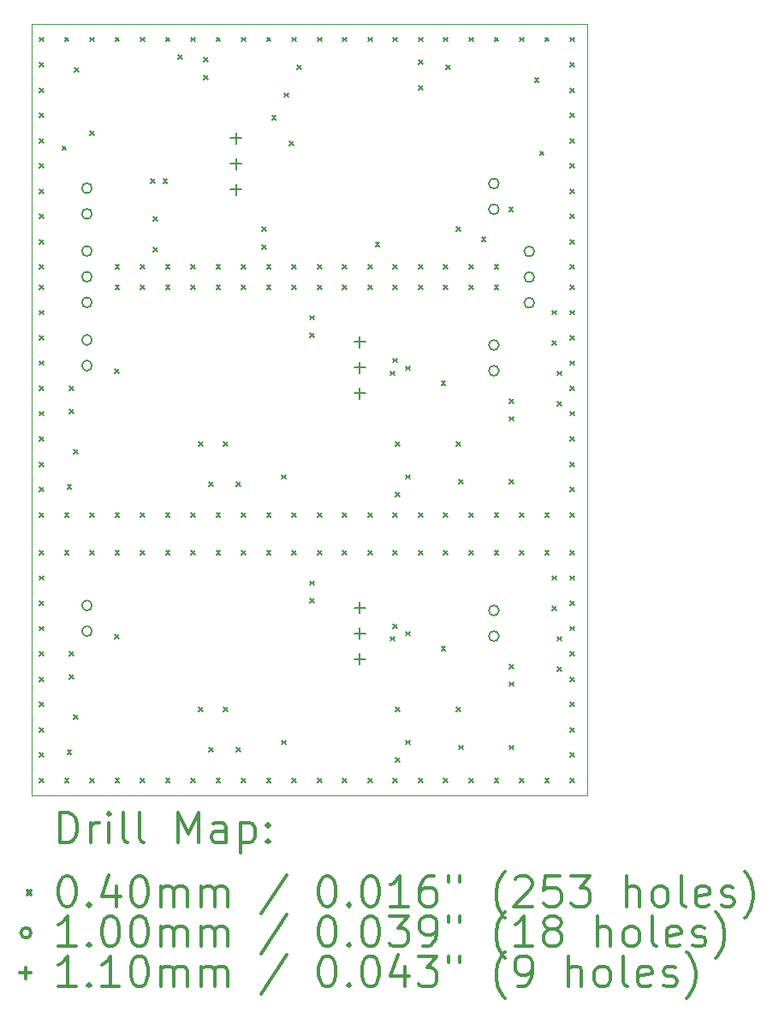
<source format=gbr>
%FSLAX45Y45*%
G04 Gerber Fmt 4.5, Leading zero omitted, Abs format (unit mm)*
G04 Created by KiCad (PCBNEW (5.1.4)-1) date 2021-09-05 23:44:09*
%MOMM*%
%LPD*%
G04 APERTURE LIST*
%ADD10C,0.050000*%
%ADD11C,0.200000*%
%ADD12C,0.300000*%
G04 APERTURE END LIST*
D10*
X15750000Y-9750000D02*
X15750000Y-12375000D01*
X10250000Y-9750000D02*
X10250000Y-12375000D01*
X15750000Y-4750000D02*
X15750000Y-7250000D01*
X10250000Y-4750000D02*
X15750000Y-4750000D01*
X10250000Y-7250000D02*
X10250000Y-4750000D01*
X10250000Y-12375000D02*
X15750000Y-12375000D01*
X10250000Y-9750000D02*
X10250000Y-7250000D01*
X15750000Y-7250000D02*
X15750000Y-9750000D01*
D11*
X10330000Y-4880000D02*
X10370000Y-4920000D01*
X10370000Y-4880000D02*
X10330000Y-4920000D01*
X10330000Y-5130000D02*
X10370000Y-5170000D01*
X10370000Y-5130000D02*
X10330000Y-5170000D01*
X10330000Y-5380000D02*
X10370000Y-5420000D01*
X10370000Y-5380000D02*
X10330000Y-5420000D01*
X10330000Y-5630000D02*
X10370000Y-5670000D01*
X10370000Y-5630000D02*
X10330000Y-5670000D01*
X10330000Y-5880000D02*
X10370000Y-5920000D01*
X10370000Y-5880000D02*
X10330000Y-5920000D01*
X10330000Y-6130000D02*
X10370000Y-6170000D01*
X10370000Y-6130000D02*
X10330000Y-6170000D01*
X10330000Y-6380000D02*
X10370000Y-6420000D01*
X10370000Y-6380000D02*
X10330000Y-6420000D01*
X10330000Y-6630000D02*
X10370000Y-6670000D01*
X10370000Y-6630000D02*
X10330000Y-6670000D01*
X10330000Y-6880000D02*
X10370000Y-6920000D01*
X10370000Y-6880000D02*
X10330000Y-6920000D01*
X10330000Y-7130000D02*
X10370000Y-7170000D01*
X10370000Y-7130000D02*
X10330000Y-7170000D01*
X10330000Y-7330000D02*
X10370000Y-7370000D01*
X10370000Y-7330000D02*
X10330000Y-7370000D01*
X10330000Y-7580000D02*
X10370000Y-7620000D01*
X10370000Y-7580000D02*
X10330000Y-7620000D01*
X10330000Y-7830000D02*
X10370000Y-7870000D01*
X10370000Y-7830000D02*
X10330000Y-7870000D01*
X10330000Y-8080000D02*
X10370000Y-8120000D01*
X10370000Y-8080000D02*
X10330000Y-8120000D01*
X10330000Y-8330000D02*
X10370000Y-8370000D01*
X10370000Y-8330000D02*
X10330000Y-8370000D01*
X10330000Y-8580000D02*
X10370000Y-8620000D01*
X10370000Y-8580000D02*
X10330000Y-8620000D01*
X10330000Y-8830000D02*
X10370000Y-8870000D01*
X10370000Y-8830000D02*
X10330000Y-8870000D01*
X10330000Y-9080000D02*
X10370000Y-9120000D01*
X10370000Y-9080000D02*
X10330000Y-9120000D01*
X10330000Y-9330000D02*
X10370000Y-9370000D01*
X10370000Y-9330000D02*
X10330000Y-9370000D01*
X10330000Y-9580000D02*
X10370000Y-9620000D01*
X10370000Y-9580000D02*
X10330000Y-9620000D01*
X10330000Y-9955000D02*
X10370000Y-9995000D01*
X10370000Y-9955000D02*
X10330000Y-9995000D01*
X10330000Y-10205000D02*
X10370000Y-10245000D01*
X10370000Y-10205000D02*
X10330000Y-10245000D01*
X10330000Y-10455000D02*
X10370000Y-10495000D01*
X10370000Y-10455000D02*
X10330000Y-10495000D01*
X10330000Y-10705000D02*
X10370000Y-10745000D01*
X10370000Y-10705000D02*
X10330000Y-10745000D01*
X10330000Y-10955000D02*
X10370000Y-10995000D01*
X10370000Y-10955000D02*
X10330000Y-10995000D01*
X10330000Y-11205000D02*
X10370000Y-11245000D01*
X10370000Y-11205000D02*
X10330000Y-11245000D01*
X10330000Y-11455000D02*
X10370000Y-11495000D01*
X10370000Y-11455000D02*
X10330000Y-11495000D01*
X10330000Y-11705000D02*
X10370000Y-11745000D01*
X10370000Y-11705000D02*
X10330000Y-11745000D01*
X10330000Y-11955000D02*
X10370000Y-11995000D01*
X10370000Y-11955000D02*
X10330000Y-11995000D01*
X10330000Y-12205000D02*
X10370000Y-12245000D01*
X10370000Y-12205000D02*
X10330000Y-12245000D01*
X10555000Y-5955000D02*
X10595000Y-5995000D01*
X10595000Y-5955000D02*
X10555000Y-5995000D01*
X10580000Y-4880000D02*
X10620000Y-4920000D01*
X10620000Y-4880000D02*
X10580000Y-4920000D01*
X10580000Y-9580000D02*
X10620000Y-9620000D01*
X10620000Y-9580000D02*
X10580000Y-9620000D01*
X10580000Y-9955000D02*
X10620000Y-9995000D01*
X10620000Y-9955000D02*
X10580000Y-9995000D01*
X10580000Y-12205000D02*
X10620000Y-12245000D01*
X10620000Y-12205000D02*
X10580000Y-12245000D01*
X10605000Y-9305000D02*
X10645000Y-9345000D01*
X10645000Y-9305000D02*
X10605000Y-9345000D01*
X10605000Y-11930000D02*
X10645000Y-11970000D01*
X10645000Y-11930000D02*
X10605000Y-11970000D01*
X10630000Y-8330000D02*
X10670000Y-8370000D01*
X10670000Y-8330000D02*
X10630000Y-8370000D01*
X10630000Y-8555000D02*
X10670000Y-8595000D01*
X10670000Y-8555000D02*
X10630000Y-8595000D01*
X10630000Y-10955000D02*
X10670000Y-10995000D01*
X10670000Y-10955000D02*
X10630000Y-10995000D01*
X10630000Y-11180000D02*
X10670000Y-11220000D01*
X10670000Y-11180000D02*
X10630000Y-11220000D01*
X10670000Y-8955000D02*
X10710000Y-8995000D01*
X10710000Y-8955000D02*
X10670000Y-8995000D01*
X10670000Y-11580000D02*
X10710000Y-11620000D01*
X10710000Y-11580000D02*
X10670000Y-11620000D01*
X10680000Y-5180000D02*
X10720000Y-5220000D01*
X10720000Y-5180000D02*
X10680000Y-5220000D01*
X10830000Y-4880000D02*
X10870000Y-4920000D01*
X10870000Y-4880000D02*
X10830000Y-4920000D01*
X10830000Y-5805000D02*
X10870000Y-5845000D01*
X10870000Y-5805000D02*
X10830000Y-5845000D01*
X10830000Y-9580000D02*
X10870000Y-9620000D01*
X10870000Y-9580000D02*
X10830000Y-9620000D01*
X10830000Y-9955000D02*
X10870000Y-9995000D01*
X10870000Y-9955000D02*
X10830000Y-9995000D01*
X10830000Y-12205000D02*
X10870000Y-12245000D01*
X10870000Y-12205000D02*
X10830000Y-12245000D01*
X11073750Y-8161250D02*
X11113750Y-8201250D01*
X11113750Y-8161250D02*
X11073750Y-8201250D01*
X11073750Y-10786250D02*
X11113750Y-10826250D01*
X11113750Y-10786250D02*
X11073750Y-10826250D01*
X11080000Y-4880000D02*
X11120000Y-4920000D01*
X11120000Y-4880000D02*
X11080000Y-4920000D01*
X11080000Y-7130000D02*
X11120000Y-7170000D01*
X11120000Y-7130000D02*
X11080000Y-7170000D01*
X11080000Y-7330000D02*
X11120000Y-7370000D01*
X11120000Y-7330000D02*
X11080000Y-7370000D01*
X11080000Y-9580000D02*
X11120000Y-9620000D01*
X11120000Y-9580000D02*
X11080000Y-9620000D01*
X11080000Y-9955000D02*
X11120000Y-9995000D01*
X11120000Y-9955000D02*
X11080000Y-9995000D01*
X11080000Y-12205000D02*
X11120000Y-12245000D01*
X11120000Y-12205000D02*
X11080000Y-12245000D01*
X11330000Y-4880000D02*
X11370000Y-4920000D01*
X11370000Y-4880000D02*
X11330000Y-4920000D01*
X11330000Y-7130000D02*
X11370000Y-7170000D01*
X11370000Y-7130000D02*
X11330000Y-7170000D01*
X11330000Y-7330000D02*
X11370000Y-7370000D01*
X11370000Y-7330000D02*
X11330000Y-7370000D01*
X11330000Y-9580000D02*
X11370000Y-9620000D01*
X11370000Y-9580000D02*
X11330000Y-9620000D01*
X11330000Y-9955000D02*
X11370000Y-9995000D01*
X11370000Y-9955000D02*
X11330000Y-9995000D01*
X11330000Y-12205000D02*
X11370000Y-12245000D01*
X11370000Y-12205000D02*
X11330000Y-12245000D01*
X11430000Y-6280000D02*
X11470000Y-6320000D01*
X11470000Y-6280000D02*
X11430000Y-6320000D01*
X11455000Y-6655000D02*
X11495000Y-6695000D01*
X11495000Y-6655000D02*
X11455000Y-6695000D01*
X11455000Y-6955000D02*
X11495000Y-6995000D01*
X11495000Y-6955000D02*
X11455000Y-6995000D01*
X11555000Y-6280000D02*
X11595000Y-6320000D01*
X11595000Y-6280000D02*
X11555000Y-6320000D01*
X11580000Y-4880000D02*
X11620000Y-4920000D01*
X11620000Y-4880000D02*
X11580000Y-4920000D01*
X11580000Y-7130000D02*
X11620000Y-7170000D01*
X11620000Y-7130000D02*
X11580000Y-7170000D01*
X11580000Y-7330000D02*
X11620000Y-7370000D01*
X11620000Y-7330000D02*
X11580000Y-7370000D01*
X11580000Y-9580000D02*
X11620000Y-9620000D01*
X11620000Y-9580000D02*
X11580000Y-9620000D01*
X11580000Y-9955000D02*
X11620000Y-9995000D01*
X11620000Y-9955000D02*
X11580000Y-9995000D01*
X11580000Y-12205000D02*
X11620000Y-12245000D01*
X11620000Y-12205000D02*
X11580000Y-12245000D01*
X11705000Y-5055000D02*
X11745000Y-5095000D01*
X11745000Y-5055000D02*
X11705000Y-5095000D01*
X11830000Y-4880000D02*
X11870000Y-4920000D01*
X11870000Y-4880000D02*
X11830000Y-4920000D01*
X11830000Y-7130000D02*
X11870000Y-7170000D01*
X11870000Y-7130000D02*
X11830000Y-7170000D01*
X11830000Y-7330000D02*
X11870000Y-7370000D01*
X11870000Y-7330000D02*
X11830000Y-7370000D01*
X11830000Y-9580000D02*
X11870000Y-9620000D01*
X11870000Y-9580000D02*
X11830000Y-9620000D01*
X11830000Y-9955000D02*
X11870000Y-9995000D01*
X11870000Y-9955000D02*
X11830000Y-9995000D01*
X11830000Y-12205000D02*
X11870000Y-12245000D01*
X11870000Y-12205000D02*
X11830000Y-12245000D01*
X11905000Y-8880000D02*
X11945000Y-8920000D01*
X11945000Y-8880000D02*
X11905000Y-8920000D01*
X11905000Y-11505000D02*
X11945000Y-11545000D01*
X11945000Y-11505000D02*
X11905000Y-11545000D01*
X11955000Y-5080000D02*
X11995000Y-5120000D01*
X11995000Y-5080000D02*
X11955000Y-5120000D01*
X11955000Y-5255000D02*
X11995000Y-5295000D01*
X11995000Y-5255000D02*
X11955000Y-5295000D01*
X12005000Y-9280000D02*
X12045000Y-9320000D01*
X12045000Y-9280000D02*
X12005000Y-9320000D01*
X12005000Y-11905000D02*
X12045000Y-11945000D01*
X12045000Y-11905000D02*
X12005000Y-11945000D01*
X12080000Y-4880000D02*
X12120000Y-4920000D01*
X12120000Y-4880000D02*
X12080000Y-4920000D01*
X12080000Y-7130000D02*
X12120000Y-7170000D01*
X12120000Y-7130000D02*
X12080000Y-7170000D01*
X12080000Y-7330000D02*
X12120000Y-7370000D01*
X12120000Y-7330000D02*
X12080000Y-7370000D01*
X12080000Y-9580000D02*
X12120000Y-9620000D01*
X12120000Y-9580000D02*
X12080000Y-9620000D01*
X12080000Y-9955000D02*
X12120000Y-9995000D01*
X12120000Y-9955000D02*
X12080000Y-9995000D01*
X12080000Y-12205000D02*
X12120000Y-12245000D01*
X12120000Y-12205000D02*
X12080000Y-12245000D01*
X12150000Y-8880000D02*
X12190000Y-8920000D01*
X12190000Y-8880000D02*
X12150000Y-8920000D01*
X12150000Y-11505000D02*
X12190000Y-11545000D01*
X12190000Y-11505000D02*
X12150000Y-11545000D01*
X12280000Y-9280000D02*
X12320000Y-9320000D01*
X12320000Y-9280000D02*
X12280000Y-9320000D01*
X12280000Y-11905000D02*
X12320000Y-11945000D01*
X12320000Y-11905000D02*
X12280000Y-11945000D01*
X12330000Y-4880000D02*
X12370000Y-4920000D01*
X12370000Y-4880000D02*
X12330000Y-4920000D01*
X12330000Y-7130000D02*
X12370000Y-7170000D01*
X12370000Y-7130000D02*
X12330000Y-7170000D01*
X12330000Y-7330000D02*
X12370000Y-7370000D01*
X12370000Y-7330000D02*
X12330000Y-7370000D01*
X12330000Y-9580000D02*
X12370000Y-9620000D01*
X12370000Y-9580000D02*
X12330000Y-9620000D01*
X12330000Y-9955000D02*
X12370000Y-9995000D01*
X12370000Y-9955000D02*
X12330000Y-9995000D01*
X12330000Y-12205000D02*
X12370000Y-12245000D01*
X12370000Y-12205000D02*
X12330000Y-12245000D01*
X12530000Y-6755000D02*
X12570000Y-6795000D01*
X12570000Y-6755000D02*
X12530000Y-6795000D01*
X12530000Y-6930000D02*
X12570000Y-6970000D01*
X12570000Y-6930000D02*
X12530000Y-6970000D01*
X12580000Y-4880000D02*
X12620000Y-4920000D01*
X12620000Y-4880000D02*
X12580000Y-4920000D01*
X12580000Y-7130000D02*
X12620000Y-7170000D01*
X12620000Y-7130000D02*
X12580000Y-7170000D01*
X12580000Y-7330000D02*
X12620000Y-7370000D01*
X12620000Y-7330000D02*
X12580000Y-7370000D01*
X12580000Y-9580000D02*
X12620000Y-9620000D01*
X12620000Y-9580000D02*
X12580000Y-9620000D01*
X12580000Y-9955000D02*
X12620000Y-9995000D01*
X12620000Y-9955000D02*
X12580000Y-9995000D01*
X12580000Y-12205000D02*
X12620000Y-12245000D01*
X12620000Y-12205000D02*
X12580000Y-12245000D01*
X12630000Y-5655000D02*
X12670000Y-5695000D01*
X12670000Y-5655000D02*
X12630000Y-5695000D01*
X12726250Y-9205000D02*
X12766250Y-9245000D01*
X12766250Y-9205000D02*
X12726250Y-9245000D01*
X12726250Y-11830000D02*
X12766250Y-11870000D01*
X12766250Y-11830000D02*
X12726250Y-11870000D01*
X12755000Y-5430000D02*
X12795000Y-5470000D01*
X12795000Y-5430000D02*
X12755000Y-5470000D01*
X12805000Y-5905000D02*
X12845000Y-5945000D01*
X12845000Y-5905000D02*
X12805000Y-5945000D01*
X12830000Y-4880000D02*
X12870000Y-4920000D01*
X12870000Y-4880000D02*
X12830000Y-4920000D01*
X12830000Y-7130000D02*
X12870000Y-7170000D01*
X12870000Y-7130000D02*
X12830000Y-7170000D01*
X12830000Y-7330000D02*
X12870000Y-7370000D01*
X12870000Y-7330000D02*
X12830000Y-7370000D01*
X12830000Y-9580000D02*
X12870000Y-9620000D01*
X12870000Y-9580000D02*
X12830000Y-9620000D01*
X12830000Y-9955000D02*
X12870000Y-9995000D01*
X12870000Y-9955000D02*
X12830000Y-9995000D01*
X12830000Y-12205000D02*
X12870000Y-12245000D01*
X12870000Y-12205000D02*
X12830000Y-12245000D01*
X12880000Y-5155000D02*
X12920000Y-5195000D01*
X12920000Y-5155000D02*
X12880000Y-5195000D01*
X13005000Y-7630000D02*
X13045000Y-7670000D01*
X13045000Y-7630000D02*
X13005000Y-7670000D01*
X13005000Y-7805000D02*
X13045000Y-7845000D01*
X13045000Y-7805000D02*
X13005000Y-7845000D01*
X13005000Y-10255000D02*
X13045000Y-10295000D01*
X13045000Y-10255000D02*
X13005000Y-10295000D01*
X13005000Y-10430000D02*
X13045000Y-10470000D01*
X13045000Y-10430000D02*
X13005000Y-10470000D01*
X13080000Y-4880000D02*
X13120000Y-4920000D01*
X13120000Y-4880000D02*
X13080000Y-4920000D01*
X13080000Y-7130000D02*
X13120000Y-7170000D01*
X13120000Y-7130000D02*
X13080000Y-7170000D01*
X13080000Y-7330000D02*
X13120000Y-7370000D01*
X13120000Y-7330000D02*
X13080000Y-7370000D01*
X13080000Y-9580000D02*
X13120000Y-9620000D01*
X13120000Y-9580000D02*
X13080000Y-9620000D01*
X13080000Y-9955000D02*
X13120000Y-9995000D01*
X13120000Y-9955000D02*
X13080000Y-9995000D01*
X13080000Y-12205000D02*
X13120000Y-12245000D01*
X13120000Y-12205000D02*
X13080000Y-12245000D01*
X13330000Y-4880000D02*
X13370000Y-4920000D01*
X13370000Y-4880000D02*
X13330000Y-4920000D01*
X13330000Y-7130000D02*
X13370000Y-7170000D01*
X13370000Y-7130000D02*
X13330000Y-7170000D01*
X13330000Y-7330000D02*
X13370000Y-7370000D01*
X13370000Y-7330000D02*
X13330000Y-7370000D01*
X13330000Y-9580000D02*
X13370000Y-9620000D01*
X13370000Y-9580000D02*
X13330000Y-9620000D01*
X13330000Y-9955000D02*
X13370000Y-9995000D01*
X13370000Y-9955000D02*
X13330000Y-9995000D01*
X13330000Y-12205000D02*
X13370000Y-12245000D01*
X13370000Y-12205000D02*
X13330000Y-12245000D01*
X13580000Y-4880000D02*
X13620000Y-4920000D01*
X13620000Y-4880000D02*
X13580000Y-4920000D01*
X13580000Y-7130000D02*
X13620000Y-7170000D01*
X13620000Y-7130000D02*
X13580000Y-7170000D01*
X13580000Y-7330000D02*
X13620000Y-7370000D01*
X13620000Y-7330000D02*
X13580000Y-7370000D01*
X13580000Y-9580000D02*
X13620000Y-9620000D01*
X13620000Y-9580000D02*
X13580000Y-9620000D01*
X13580000Y-9955000D02*
X13620000Y-9995000D01*
X13620000Y-9955000D02*
X13580000Y-9995000D01*
X13580000Y-12205000D02*
X13620000Y-12245000D01*
X13620000Y-12205000D02*
X13580000Y-12245000D01*
X13655000Y-6905000D02*
X13695000Y-6945000D01*
X13695000Y-6905000D02*
X13655000Y-6945000D01*
X13805000Y-8180000D02*
X13845000Y-8220000D01*
X13845000Y-8180000D02*
X13805000Y-8220000D01*
X13805000Y-10805000D02*
X13845000Y-10845000D01*
X13845000Y-10805000D02*
X13805000Y-10845000D01*
X13830000Y-4880000D02*
X13870000Y-4920000D01*
X13870000Y-4880000D02*
X13830000Y-4920000D01*
X13830000Y-7130000D02*
X13870000Y-7170000D01*
X13870000Y-7130000D02*
X13830000Y-7170000D01*
X13830000Y-7330000D02*
X13870000Y-7370000D01*
X13870000Y-7330000D02*
X13830000Y-7370000D01*
X13830000Y-8055000D02*
X13870000Y-8095000D01*
X13870000Y-8055000D02*
X13830000Y-8095000D01*
X13830000Y-9580000D02*
X13870000Y-9620000D01*
X13870000Y-9580000D02*
X13830000Y-9620000D01*
X13830000Y-9955000D02*
X13870000Y-9995000D01*
X13870000Y-9955000D02*
X13830000Y-9995000D01*
X13830000Y-10680000D02*
X13870000Y-10720000D01*
X13870000Y-10680000D02*
X13830000Y-10720000D01*
X13830000Y-12205000D02*
X13870000Y-12245000D01*
X13870000Y-12205000D02*
X13830000Y-12245000D01*
X13855000Y-8880000D02*
X13895000Y-8920000D01*
X13895000Y-8880000D02*
X13855000Y-8920000D01*
X13855000Y-9380000D02*
X13895000Y-9420000D01*
X13895000Y-9380000D02*
X13855000Y-9420000D01*
X13855000Y-11505000D02*
X13895000Y-11545000D01*
X13895000Y-11505000D02*
X13855000Y-11545000D01*
X13855000Y-12005000D02*
X13895000Y-12045000D01*
X13895000Y-12005000D02*
X13855000Y-12045000D01*
X13955000Y-8130000D02*
X13995000Y-8170000D01*
X13995000Y-8130000D02*
X13955000Y-8170000D01*
X13955000Y-9205000D02*
X13995000Y-9245000D01*
X13995000Y-9205000D02*
X13955000Y-9245000D01*
X13955000Y-10755000D02*
X13995000Y-10795000D01*
X13995000Y-10755000D02*
X13955000Y-10795000D01*
X13955000Y-11830000D02*
X13995000Y-11870000D01*
X13995000Y-11830000D02*
X13955000Y-11870000D01*
X14080000Y-4880000D02*
X14120000Y-4920000D01*
X14120000Y-4880000D02*
X14080000Y-4920000D01*
X14080000Y-5105000D02*
X14120000Y-5145000D01*
X14120000Y-5105000D02*
X14080000Y-5145000D01*
X14080000Y-5355000D02*
X14120000Y-5395000D01*
X14120000Y-5355000D02*
X14080000Y-5395000D01*
X14080000Y-7130000D02*
X14120000Y-7170000D01*
X14120000Y-7130000D02*
X14080000Y-7170000D01*
X14080000Y-7330000D02*
X14120000Y-7370000D01*
X14120000Y-7330000D02*
X14080000Y-7370000D01*
X14080000Y-9580000D02*
X14120000Y-9620000D01*
X14120000Y-9580000D02*
X14080000Y-9620000D01*
X14080000Y-9955000D02*
X14120000Y-9995000D01*
X14120000Y-9955000D02*
X14080000Y-9995000D01*
X14080000Y-12205000D02*
X14120000Y-12245000D01*
X14120000Y-12205000D02*
X14080000Y-12245000D01*
X14305000Y-8280000D02*
X14345000Y-8320000D01*
X14345000Y-8280000D02*
X14305000Y-8320000D01*
X14305000Y-10905000D02*
X14345000Y-10945000D01*
X14345000Y-10905000D02*
X14305000Y-10945000D01*
X14330000Y-4880000D02*
X14370000Y-4920000D01*
X14370000Y-4880000D02*
X14330000Y-4920000D01*
X14330000Y-7130000D02*
X14370000Y-7170000D01*
X14370000Y-7130000D02*
X14330000Y-7170000D01*
X14330000Y-7330000D02*
X14370000Y-7370000D01*
X14370000Y-7330000D02*
X14330000Y-7370000D01*
X14330000Y-9580000D02*
X14370000Y-9620000D01*
X14370000Y-9580000D02*
X14330000Y-9620000D01*
X14330000Y-9955000D02*
X14370000Y-9995000D01*
X14370000Y-9955000D02*
X14330000Y-9995000D01*
X14330000Y-12205000D02*
X14370000Y-12245000D01*
X14370000Y-12205000D02*
X14330000Y-12245000D01*
X14355000Y-5155000D02*
X14395000Y-5195000D01*
X14395000Y-5155000D02*
X14355000Y-5195000D01*
X14455000Y-6755000D02*
X14495000Y-6795000D01*
X14495000Y-6755000D02*
X14455000Y-6795000D01*
X14455000Y-8880000D02*
X14495000Y-8920000D01*
X14495000Y-8880000D02*
X14455000Y-8920000D01*
X14455000Y-11505000D02*
X14495000Y-11545000D01*
X14495000Y-11505000D02*
X14455000Y-11545000D01*
X14480000Y-9255000D02*
X14520000Y-9295000D01*
X14520000Y-9255000D02*
X14480000Y-9295000D01*
X14480000Y-11880000D02*
X14520000Y-11920000D01*
X14520000Y-11880000D02*
X14480000Y-11920000D01*
X14580000Y-4880000D02*
X14620000Y-4920000D01*
X14620000Y-4880000D02*
X14580000Y-4920000D01*
X14580000Y-7130000D02*
X14620000Y-7170000D01*
X14620000Y-7130000D02*
X14580000Y-7170000D01*
X14580000Y-7330000D02*
X14620000Y-7370000D01*
X14620000Y-7330000D02*
X14580000Y-7370000D01*
X14580000Y-9580000D02*
X14620000Y-9620000D01*
X14620000Y-9580000D02*
X14580000Y-9620000D01*
X14580000Y-9955000D02*
X14620000Y-9995000D01*
X14620000Y-9955000D02*
X14580000Y-9995000D01*
X14580000Y-12205000D02*
X14620000Y-12245000D01*
X14620000Y-12205000D02*
X14580000Y-12245000D01*
X14705000Y-6855000D02*
X14745000Y-6895000D01*
X14745000Y-6855000D02*
X14705000Y-6895000D01*
X14830000Y-4880000D02*
X14870000Y-4920000D01*
X14870000Y-4880000D02*
X14830000Y-4920000D01*
X14830000Y-7130000D02*
X14870000Y-7170000D01*
X14870000Y-7130000D02*
X14830000Y-7170000D01*
X14830000Y-7330000D02*
X14870000Y-7370000D01*
X14870000Y-7330000D02*
X14830000Y-7370000D01*
X14830000Y-9580000D02*
X14870000Y-9620000D01*
X14870000Y-9580000D02*
X14830000Y-9620000D01*
X14830000Y-9955000D02*
X14870000Y-9995000D01*
X14870000Y-9955000D02*
X14830000Y-9995000D01*
X14830000Y-12205000D02*
X14870000Y-12245000D01*
X14870000Y-12205000D02*
X14830000Y-12245000D01*
X14976000Y-6559000D02*
X15016000Y-6599000D01*
X15016000Y-6559000D02*
X14976000Y-6599000D01*
X14980000Y-8455000D02*
X15020000Y-8495000D01*
X15020000Y-8455000D02*
X14980000Y-8495000D01*
X14980000Y-8630000D02*
X15020000Y-8670000D01*
X15020000Y-8630000D02*
X14980000Y-8670000D01*
X14980000Y-9255000D02*
X15020000Y-9295000D01*
X15020000Y-9255000D02*
X14980000Y-9295000D01*
X14980000Y-11080000D02*
X15020000Y-11120000D01*
X15020000Y-11080000D02*
X14980000Y-11120000D01*
X14980000Y-11255000D02*
X15020000Y-11295000D01*
X15020000Y-11255000D02*
X14980000Y-11295000D01*
X14980000Y-11880000D02*
X15020000Y-11920000D01*
X15020000Y-11880000D02*
X14980000Y-11920000D01*
X15080000Y-4880000D02*
X15120000Y-4920000D01*
X15120000Y-4880000D02*
X15080000Y-4920000D01*
X15080000Y-9580000D02*
X15120000Y-9620000D01*
X15120000Y-9580000D02*
X15080000Y-9620000D01*
X15080000Y-9955000D02*
X15120000Y-9995000D01*
X15120000Y-9955000D02*
X15080000Y-9995000D01*
X15080000Y-12205000D02*
X15120000Y-12245000D01*
X15120000Y-12205000D02*
X15080000Y-12245000D01*
X15230000Y-5280000D02*
X15270000Y-5320000D01*
X15270000Y-5280000D02*
X15230000Y-5320000D01*
X15280000Y-6005000D02*
X15320000Y-6045000D01*
X15320000Y-6005000D02*
X15280000Y-6045000D01*
X15330000Y-4880000D02*
X15370000Y-4920000D01*
X15370000Y-4880000D02*
X15330000Y-4920000D01*
X15330000Y-9580000D02*
X15370000Y-9620000D01*
X15370000Y-9580000D02*
X15330000Y-9620000D01*
X15330000Y-9955000D02*
X15370000Y-9995000D01*
X15370000Y-9955000D02*
X15330000Y-9995000D01*
X15330000Y-12205000D02*
X15370000Y-12245000D01*
X15370000Y-12205000D02*
X15330000Y-12245000D01*
X15405000Y-7580000D02*
X15445000Y-7620000D01*
X15445000Y-7580000D02*
X15405000Y-7620000D01*
X15405000Y-7880000D02*
X15445000Y-7920000D01*
X15445000Y-7880000D02*
X15405000Y-7920000D01*
X15405000Y-10205000D02*
X15445000Y-10245000D01*
X15445000Y-10205000D02*
X15405000Y-10245000D01*
X15405000Y-10505000D02*
X15445000Y-10545000D01*
X15445000Y-10505000D02*
X15405000Y-10545000D01*
X15455000Y-8180000D02*
X15495000Y-8220000D01*
X15495000Y-8180000D02*
X15455000Y-8220000D01*
X15455000Y-8480000D02*
X15495000Y-8520000D01*
X15495000Y-8480000D02*
X15455000Y-8520000D01*
X15455000Y-10805000D02*
X15495000Y-10845000D01*
X15495000Y-10805000D02*
X15455000Y-10845000D01*
X15455000Y-11105000D02*
X15495000Y-11145000D01*
X15495000Y-11105000D02*
X15455000Y-11145000D01*
X15580000Y-4880000D02*
X15620000Y-4920000D01*
X15620000Y-4880000D02*
X15580000Y-4920000D01*
X15580000Y-5130000D02*
X15620000Y-5170000D01*
X15620000Y-5130000D02*
X15580000Y-5170000D01*
X15580000Y-5380000D02*
X15620000Y-5420000D01*
X15620000Y-5380000D02*
X15580000Y-5420000D01*
X15580000Y-5630000D02*
X15620000Y-5670000D01*
X15620000Y-5630000D02*
X15580000Y-5670000D01*
X15580000Y-5880000D02*
X15620000Y-5920000D01*
X15620000Y-5880000D02*
X15580000Y-5920000D01*
X15580000Y-6130000D02*
X15620000Y-6170000D01*
X15620000Y-6130000D02*
X15580000Y-6170000D01*
X15580000Y-6380000D02*
X15620000Y-6420000D01*
X15620000Y-6380000D02*
X15580000Y-6420000D01*
X15580000Y-6630000D02*
X15620000Y-6670000D01*
X15620000Y-6630000D02*
X15580000Y-6670000D01*
X15580000Y-6880000D02*
X15620000Y-6920000D01*
X15620000Y-6880000D02*
X15580000Y-6920000D01*
X15580000Y-7130000D02*
X15620000Y-7170000D01*
X15620000Y-7130000D02*
X15580000Y-7170000D01*
X15580000Y-7330000D02*
X15620000Y-7370000D01*
X15620000Y-7330000D02*
X15580000Y-7370000D01*
X15580000Y-7580000D02*
X15620000Y-7620000D01*
X15620000Y-7580000D02*
X15580000Y-7620000D01*
X15580000Y-7830000D02*
X15620000Y-7870000D01*
X15620000Y-7830000D02*
X15580000Y-7870000D01*
X15580000Y-8080000D02*
X15620000Y-8120000D01*
X15620000Y-8080000D02*
X15580000Y-8120000D01*
X15580000Y-8330000D02*
X15620000Y-8370000D01*
X15620000Y-8330000D02*
X15580000Y-8370000D01*
X15580000Y-8580000D02*
X15620000Y-8620000D01*
X15620000Y-8580000D02*
X15580000Y-8620000D01*
X15580000Y-8830000D02*
X15620000Y-8870000D01*
X15620000Y-8830000D02*
X15580000Y-8870000D01*
X15580000Y-9080000D02*
X15620000Y-9120000D01*
X15620000Y-9080000D02*
X15580000Y-9120000D01*
X15580000Y-9330000D02*
X15620000Y-9370000D01*
X15620000Y-9330000D02*
X15580000Y-9370000D01*
X15580000Y-9580000D02*
X15620000Y-9620000D01*
X15620000Y-9580000D02*
X15580000Y-9620000D01*
X15580000Y-9955000D02*
X15620000Y-9995000D01*
X15620000Y-9955000D02*
X15580000Y-9995000D01*
X15580000Y-10205000D02*
X15620000Y-10245000D01*
X15620000Y-10205000D02*
X15580000Y-10245000D01*
X15580000Y-10455000D02*
X15620000Y-10495000D01*
X15620000Y-10455000D02*
X15580000Y-10495000D01*
X15580000Y-10705000D02*
X15620000Y-10745000D01*
X15620000Y-10705000D02*
X15580000Y-10745000D01*
X15580000Y-10955000D02*
X15620000Y-10995000D01*
X15620000Y-10955000D02*
X15580000Y-10995000D01*
X15580000Y-11205000D02*
X15620000Y-11245000D01*
X15620000Y-11205000D02*
X15580000Y-11245000D01*
X15580000Y-11455000D02*
X15620000Y-11495000D01*
X15620000Y-11455000D02*
X15580000Y-11495000D01*
X15580000Y-11705000D02*
X15620000Y-11745000D01*
X15620000Y-11705000D02*
X15580000Y-11745000D01*
X15580000Y-11955000D02*
X15620000Y-11995000D01*
X15620000Y-11955000D02*
X15580000Y-11995000D01*
X15580000Y-12205000D02*
X15620000Y-12245000D01*
X15620000Y-12205000D02*
X15580000Y-12245000D01*
X15225000Y-6996000D02*
G75*
G03X15225000Y-6996000I-50000J0D01*
G01*
X15225000Y-7250000D02*
G75*
G03X15225000Y-7250000I-50000J0D01*
G01*
X15225000Y-7504000D02*
G75*
G03X15225000Y-7504000I-50000J0D01*
G01*
X14875000Y-6325000D02*
G75*
G03X14875000Y-6325000I-50000J0D01*
G01*
X14875000Y-6579000D02*
G75*
G03X14875000Y-6579000I-50000J0D01*
G01*
X14875000Y-7921000D02*
G75*
G03X14875000Y-7921000I-50000J0D01*
G01*
X14875000Y-8175000D02*
G75*
G03X14875000Y-8175000I-50000J0D01*
G01*
X10850000Y-6371000D02*
G75*
G03X10850000Y-6371000I-50000J0D01*
G01*
X10850000Y-6625000D02*
G75*
G03X10850000Y-6625000I-50000J0D01*
G01*
X10850000Y-7871000D02*
G75*
G03X10850000Y-7871000I-50000J0D01*
G01*
X10850000Y-8125000D02*
G75*
G03X10850000Y-8125000I-50000J0D01*
G01*
X14875000Y-10546000D02*
G75*
G03X14875000Y-10546000I-50000J0D01*
G01*
X14875000Y-10800000D02*
G75*
G03X14875000Y-10800000I-50000J0D01*
G01*
X10850000Y-6992000D02*
G75*
G03X10850000Y-6992000I-50000J0D01*
G01*
X10850000Y-7246000D02*
G75*
G03X10850000Y-7246000I-50000J0D01*
G01*
X10850000Y-7500000D02*
G75*
G03X10850000Y-7500000I-50000J0D01*
G01*
X10850000Y-10496000D02*
G75*
G03X10850000Y-10496000I-50000J0D01*
G01*
X10850000Y-10750000D02*
G75*
G03X10850000Y-10750000I-50000J0D01*
G01*
X13500000Y-7837000D02*
X13500000Y-7947000D01*
X13445000Y-7892000D02*
X13555000Y-7892000D01*
X13500000Y-8091000D02*
X13500000Y-8201000D01*
X13445000Y-8146000D02*
X13555000Y-8146000D01*
X13500000Y-8345000D02*
X13500000Y-8455000D01*
X13445000Y-8400000D02*
X13555000Y-8400000D01*
X12275000Y-5820000D02*
X12275000Y-5930000D01*
X12220000Y-5875000D02*
X12330000Y-5875000D01*
X12275000Y-6074000D02*
X12275000Y-6184000D01*
X12220000Y-6129000D02*
X12330000Y-6129000D01*
X12275000Y-6328000D02*
X12275000Y-6438000D01*
X12220000Y-6383000D02*
X12330000Y-6383000D01*
X13500000Y-10462000D02*
X13500000Y-10572000D01*
X13445000Y-10517000D02*
X13555000Y-10517000D01*
X13500000Y-10716000D02*
X13500000Y-10826000D01*
X13445000Y-10771000D02*
X13555000Y-10771000D01*
X13500000Y-10970000D02*
X13500000Y-11080000D01*
X13445000Y-11025000D02*
X13555000Y-11025000D01*
D12*
X10533928Y-12843214D02*
X10533928Y-12543214D01*
X10605357Y-12543214D01*
X10648214Y-12557500D01*
X10676786Y-12586071D01*
X10691071Y-12614643D01*
X10705357Y-12671786D01*
X10705357Y-12714643D01*
X10691071Y-12771786D01*
X10676786Y-12800357D01*
X10648214Y-12828929D01*
X10605357Y-12843214D01*
X10533928Y-12843214D01*
X10833928Y-12843214D02*
X10833928Y-12643214D01*
X10833928Y-12700357D02*
X10848214Y-12671786D01*
X10862500Y-12657500D01*
X10891071Y-12643214D01*
X10919643Y-12643214D01*
X11019643Y-12843214D02*
X11019643Y-12643214D01*
X11019643Y-12543214D02*
X11005357Y-12557500D01*
X11019643Y-12571786D01*
X11033928Y-12557500D01*
X11019643Y-12543214D01*
X11019643Y-12571786D01*
X11205357Y-12843214D02*
X11176786Y-12828929D01*
X11162500Y-12800357D01*
X11162500Y-12543214D01*
X11362500Y-12843214D02*
X11333928Y-12828929D01*
X11319643Y-12800357D01*
X11319643Y-12543214D01*
X11705357Y-12843214D02*
X11705357Y-12543214D01*
X11805357Y-12757500D01*
X11905357Y-12543214D01*
X11905357Y-12843214D01*
X12176786Y-12843214D02*
X12176786Y-12686071D01*
X12162500Y-12657500D01*
X12133928Y-12643214D01*
X12076786Y-12643214D01*
X12048214Y-12657500D01*
X12176786Y-12828929D02*
X12148214Y-12843214D01*
X12076786Y-12843214D01*
X12048214Y-12828929D01*
X12033928Y-12800357D01*
X12033928Y-12771786D01*
X12048214Y-12743214D01*
X12076786Y-12728929D01*
X12148214Y-12728929D01*
X12176786Y-12714643D01*
X12319643Y-12643214D02*
X12319643Y-12943214D01*
X12319643Y-12657500D02*
X12348214Y-12643214D01*
X12405357Y-12643214D01*
X12433928Y-12657500D01*
X12448214Y-12671786D01*
X12462500Y-12700357D01*
X12462500Y-12786071D01*
X12448214Y-12814643D01*
X12433928Y-12828929D01*
X12405357Y-12843214D01*
X12348214Y-12843214D01*
X12319643Y-12828929D01*
X12591071Y-12814643D02*
X12605357Y-12828929D01*
X12591071Y-12843214D01*
X12576786Y-12828929D01*
X12591071Y-12814643D01*
X12591071Y-12843214D01*
X12591071Y-12657500D02*
X12605357Y-12671786D01*
X12591071Y-12686071D01*
X12576786Y-12671786D01*
X12591071Y-12657500D01*
X12591071Y-12686071D01*
X10207500Y-13317500D02*
X10247500Y-13357500D01*
X10247500Y-13317500D02*
X10207500Y-13357500D01*
X10591071Y-13173214D02*
X10619643Y-13173214D01*
X10648214Y-13187500D01*
X10662500Y-13201786D01*
X10676786Y-13230357D01*
X10691071Y-13287500D01*
X10691071Y-13358929D01*
X10676786Y-13416071D01*
X10662500Y-13444643D01*
X10648214Y-13458929D01*
X10619643Y-13473214D01*
X10591071Y-13473214D01*
X10562500Y-13458929D01*
X10548214Y-13444643D01*
X10533928Y-13416071D01*
X10519643Y-13358929D01*
X10519643Y-13287500D01*
X10533928Y-13230357D01*
X10548214Y-13201786D01*
X10562500Y-13187500D01*
X10591071Y-13173214D01*
X10819643Y-13444643D02*
X10833928Y-13458929D01*
X10819643Y-13473214D01*
X10805357Y-13458929D01*
X10819643Y-13444643D01*
X10819643Y-13473214D01*
X11091071Y-13273214D02*
X11091071Y-13473214D01*
X11019643Y-13158929D02*
X10948214Y-13373214D01*
X11133928Y-13373214D01*
X11305357Y-13173214D02*
X11333928Y-13173214D01*
X11362500Y-13187500D01*
X11376786Y-13201786D01*
X11391071Y-13230357D01*
X11405357Y-13287500D01*
X11405357Y-13358929D01*
X11391071Y-13416071D01*
X11376786Y-13444643D01*
X11362500Y-13458929D01*
X11333928Y-13473214D01*
X11305357Y-13473214D01*
X11276786Y-13458929D01*
X11262500Y-13444643D01*
X11248214Y-13416071D01*
X11233928Y-13358929D01*
X11233928Y-13287500D01*
X11248214Y-13230357D01*
X11262500Y-13201786D01*
X11276786Y-13187500D01*
X11305357Y-13173214D01*
X11533928Y-13473214D02*
X11533928Y-13273214D01*
X11533928Y-13301786D02*
X11548214Y-13287500D01*
X11576786Y-13273214D01*
X11619643Y-13273214D01*
X11648214Y-13287500D01*
X11662500Y-13316071D01*
X11662500Y-13473214D01*
X11662500Y-13316071D02*
X11676786Y-13287500D01*
X11705357Y-13273214D01*
X11748214Y-13273214D01*
X11776786Y-13287500D01*
X11791071Y-13316071D01*
X11791071Y-13473214D01*
X11933928Y-13473214D02*
X11933928Y-13273214D01*
X11933928Y-13301786D02*
X11948214Y-13287500D01*
X11976786Y-13273214D01*
X12019643Y-13273214D01*
X12048214Y-13287500D01*
X12062500Y-13316071D01*
X12062500Y-13473214D01*
X12062500Y-13316071D02*
X12076786Y-13287500D01*
X12105357Y-13273214D01*
X12148214Y-13273214D01*
X12176786Y-13287500D01*
X12191071Y-13316071D01*
X12191071Y-13473214D01*
X12776786Y-13158929D02*
X12519643Y-13544643D01*
X13162500Y-13173214D02*
X13191071Y-13173214D01*
X13219643Y-13187500D01*
X13233928Y-13201786D01*
X13248214Y-13230357D01*
X13262500Y-13287500D01*
X13262500Y-13358929D01*
X13248214Y-13416071D01*
X13233928Y-13444643D01*
X13219643Y-13458929D01*
X13191071Y-13473214D01*
X13162500Y-13473214D01*
X13133928Y-13458929D01*
X13119643Y-13444643D01*
X13105357Y-13416071D01*
X13091071Y-13358929D01*
X13091071Y-13287500D01*
X13105357Y-13230357D01*
X13119643Y-13201786D01*
X13133928Y-13187500D01*
X13162500Y-13173214D01*
X13391071Y-13444643D02*
X13405357Y-13458929D01*
X13391071Y-13473214D01*
X13376786Y-13458929D01*
X13391071Y-13444643D01*
X13391071Y-13473214D01*
X13591071Y-13173214D02*
X13619643Y-13173214D01*
X13648214Y-13187500D01*
X13662500Y-13201786D01*
X13676786Y-13230357D01*
X13691071Y-13287500D01*
X13691071Y-13358929D01*
X13676786Y-13416071D01*
X13662500Y-13444643D01*
X13648214Y-13458929D01*
X13619643Y-13473214D01*
X13591071Y-13473214D01*
X13562500Y-13458929D01*
X13548214Y-13444643D01*
X13533928Y-13416071D01*
X13519643Y-13358929D01*
X13519643Y-13287500D01*
X13533928Y-13230357D01*
X13548214Y-13201786D01*
X13562500Y-13187500D01*
X13591071Y-13173214D01*
X13976786Y-13473214D02*
X13805357Y-13473214D01*
X13891071Y-13473214D02*
X13891071Y-13173214D01*
X13862500Y-13216071D01*
X13833928Y-13244643D01*
X13805357Y-13258929D01*
X14233928Y-13173214D02*
X14176786Y-13173214D01*
X14148214Y-13187500D01*
X14133928Y-13201786D01*
X14105357Y-13244643D01*
X14091071Y-13301786D01*
X14091071Y-13416071D01*
X14105357Y-13444643D01*
X14119643Y-13458929D01*
X14148214Y-13473214D01*
X14205357Y-13473214D01*
X14233928Y-13458929D01*
X14248214Y-13444643D01*
X14262500Y-13416071D01*
X14262500Y-13344643D01*
X14248214Y-13316071D01*
X14233928Y-13301786D01*
X14205357Y-13287500D01*
X14148214Y-13287500D01*
X14119643Y-13301786D01*
X14105357Y-13316071D01*
X14091071Y-13344643D01*
X14376786Y-13173214D02*
X14376786Y-13230357D01*
X14491071Y-13173214D02*
X14491071Y-13230357D01*
X14933928Y-13587500D02*
X14919643Y-13573214D01*
X14891071Y-13530357D01*
X14876786Y-13501786D01*
X14862500Y-13458929D01*
X14848214Y-13387500D01*
X14848214Y-13330357D01*
X14862500Y-13258929D01*
X14876786Y-13216071D01*
X14891071Y-13187500D01*
X14919643Y-13144643D01*
X14933928Y-13130357D01*
X15033928Y-13201786D02*
X15048214Y-13187500D01*
X15076786Y-13173214D01*
X15148214Y-13173214D01*
X15176786Y-13187500D01*
X15191071Y-13201786D01*
X15205357Y-13230357D01*
X15205357Y-13258929D01*
X15191071Y-13301786D01*
X15019643Y-13473214D01*
X15205357Y-13473214D01*
X15476786Y-13173214D02*
X15333928Y-13173214D01*
X15319643Y-13316071D01*
X15333928Y-13301786D01*
X15362500Y-13287500D01*
X15433928Y-13287500D01*
X15462500Y-13301786D01*
X15476786Y-13316071D01*
X15491071Y-13344643D01*
X15491071Y-13416071D01*
X15476786Y-13444643D01*
X15462500Y-13458929D01*
X15433928Y-13473214D01*
X15362500Y-13473214D01*
X15333928Y-13458929D01*
X15319643Y-13444643D01*
X15591071Y-13173214D02*
X15776786Y-13173214D01*
X15676786Y-13287500D01*
X15719643Y-13287500D01*
X15748214Y-13301786D01*
X15762500Y-13316071D01*
X15776786Y-13344643D01*
X15776786Y-13416071D01*
X15762500Y-13444643D01*
X15748214Y-13458929D01*
X15719643Y-13473214D01*
X15633928Y-13473214D01*
X15605357Y-13458929D01*
X15591071Y-13444643D01*
X16133928Y-13473214D02*
X16133928Y-13173214D01*
X16262500Y-13473214D02*
X16262500Y-13316071D01*
X16248214Y-13287500D01*
X16219643Y-13273214D01*
X16176786Y-13273214D01*
X16148214Y-13287500D01*
X16133928Y-13301786D01*
X16448214Y-13473214D02*
X16419643Y-13458929D01*
X16405357Y-13444643D01*
X16391071Y-13416071D01*
X16391071Y-13330357D01*
X16405357Y-13301786D01*
X16419643Y-13287500D01*
X16448214Y-13273214D01*
X16491071Y-13273214D01*
X16519643Y-13287500D01*
X16533928Y-13301786D01*
X16548214Y-13330357D01*
X16548214Y-13416071D01*
X16533928Y-13444643D01*
X16519643Y-13458929D01*
X16491071Y-13473214D01*
X16448214Y-13473214D01*
X16719643Y-13473214D02*
X16691071Y-13458929D01*
X16676786Y-13430357D01*
X16676786Y-13173214D01*
X16948214Y-13458929D02*
X16919643Y-13473214D01*
X16862500Y-13473214D01*
X16833928Y-13458929D01*
X16819643Y-13430357D01*
X16819643Y-13316071D01*
X16833928Y-13287500D01*
X16862500Y-13273214D01*
X16919643Y-13273214D01*
X16948214Y-13287500D01*
X16962500Y-13316071D01*
X16962500Y-13344643D01*
X16819643Y-13373214D01*
X17076786Y-13458929D02*
X17105357Y-13473214D01*
X17162500Y-13473214D01*
X17191071Y-13458929D01*
X17205357Y-13430357D01*
X17205357Y-13416071D01*
X17191071Y-13387500D01*
X17162500Y-13373214D01*
X17119643Y-13373214D01*
X17091071Y-13358929D01*
X17076786Y-13330357D01*
X17076786Y-13316071D01*
X17091071Y-13287500D01*
X17119643Y-13273214D01*
X17162500Y-13273214D01*
X17191071Y-13287500D01*
X17305357Y-13587500D02*
X17319643Y-13573214D01*
X17348214Y-13530357D01*
X17362500Y-13501786D01*
X17376786Y-13458929D01*
X17391071Y-13387500D01*
X17391071Y-13330357D01*
X17376786Y-13258929D01*
X17362500Y-13216071D01*
X17348214Y-13187500D01*
X17319643Y-13144643D01*
X17305357Y-13130357D01*
X10247500Y-13733500D02*
G75*
G03X10247500Y-13733500I-50000J0D01*
G01*
X10691071Y-13869214D02*
X10519643Y-13869214D01*
X10605357Y-13869214D02*
X10605357Y-13569214D01*
X10576786Y-13612071D01*
X10548214Y-13640643D01*
X10519643Y-13654929D01*
X10819643Y-13840643D02*
X10833928Y-13854929D01*
X10819643Y-13869214D01*
X10805357Y-13854929D01*
X10819643Y-13840643D01*
X10819643Y-13869214D01*
X11019643Y-13569214D02*
X11048214Y-13569214D01*
X11076786Y-13583500D01*
X11091071Y-13597786D01*
X11105357Y-13626357D01*
X11119643Y-13683500D01*
X11119643Y-13754929D01*
X11105357Y-13812071D01*
X11091071Y-13840643D01*
X11076786Y-13854929D01*
X11048214Y-13869214D01*
X11019643Y-13869214D01*
X10991071Y-13854929D01*
X10976786Y-13840643D01*
X10962500Y-13812071D01*
X10948214Y-13754929D01*
X10948214Y-13683500D01*
X10962500Y-13626357D01*
X10976786Y-13597786D01*
X10991071Y-13583500D01*
X11019643Y-13569214D01*
X11305357Y-13569214D02*
X11333928Y-13569214D01*
X11362500Y-13583500D01*
X11376786Y-13597786D01*
X11391071Y-13626357D01*
X11405357Y-13683500D01*
X11405357Y-13754929D01*
X11391071Y-13812071D01*
X11376786Y-13840643D01*
X11362500Y-13854929D01*
X11333928Y-13869214D01*
X11305357Y-13869214D01*
X11276786Y-13854929D01*
X11262500Y-13840643D01*
X11248214Y-13812071D01*
X11233928Y-13754929D01*
X11233928Y-13683500D01*
X11248214Y-13626357D01*
X11262500Y-13597786D01*
X11276786Y-13583500D01*
X11305357Y-13569214D01*
X11533928Y-13869214D02*
X11533928Y-13669214D01*
X11533928Y-13697786D02*
X11548214Y-13683500D01*
X11576786Y-13669214D01*
X11619643Y-13669214D01*
X11648214Y-13683500D01*
X11662500Y-13712071D01*
X11662500Y-13869214D01*
X11662500Y-13712071D02*
X11676786Y-13683500D01*
X11705357Y-13669214D01*
X11748214Y-13669214D01*
X11776786Y-13683500D01*
X11791071Y-13712071D01*
X11791071Y-13869214D01*
X11933928Y-13869214D02*
X11933928Y-13669214D01*
X11933928Y-13697786D02*
X11948214Y-13683500D01*
X11976786Y-13669214D01*
X12019643Y-13669214D01*
X12048214Y-13683500D01*
X12062500Y-13712071D01*
X12062500Y-13869214D01*
X12062500Y-13712071D02*
X12076786Y-13683500D01*
X12105357Y-13669214D01*
X12148214Y-13669214D01*
X12176786Y-13683500D01*
X12191071Y-13712071D01*
X12191071Y-13869214D01*
X12776786Y-13554929D02*
X12519643Y-13940643D01*
X13162500Y-13569214D02*
X13191071Y-13569214D01*
X13219643Y-13583500D01*
X13233928Y-13597786D01*
X13248214Y-13626357D01*
X13262500Y-13683500D01*
X13262500Y-13754929D01*
X13248214Y-13812071D01*
X13233928Y-13840643D01*
X13219643Y-13854929D01*
X13191071Y-13869214D01*
X13162500Y-13869214D01*
X13133928Y-13854929D01*
X13119643Y-13840643D01*
X13105357Y-13812071D01*
X13091071Y-13754929D01*
X13091071Y-13683500D01*
X13105357Y-13626357D01*
X13119643Y-13597786D01*
X13133928Y-13583500D01*
X13162500Y-13569214D01*
X13391071Y-13840643D02*
X13405357Y-13854929D01*
X13391071Y-13869214D01*
X13376786Y-13854929D01*
X13391071Y-13840643D01*
X13391071Y-13869214D01*
X13591071Y-13569214D02*
X13619643Y-13569214D01*
X13648214Y-13583500D01*
X13662500Y-13597786D01*
X13676786Y-13626357D01*
X13691071Y-13683500D01*
X13691071Y-13754929D01*
X13676786Y-13812071D01*
X13662500Y-13840643D01*
X13648214Y-13854929D01*
X13619643Y-13869214D01*
X13591071Y-13869214D01*
X13562500Y-13854929D01*
X13548214Y-13840643D01*
X13533928Y-13812071D01*
X13519643Y-13754929D01*
X13519643Y-13683500D01*
X13533928Y-13626357D01*
X13548214Y-13597786D01*
X13562500Y-13583500D01*
X13591071Y-13569214D01*
X13791071Y-13569214D02*
X13976786Y-13569214D01*
X13876786Y-13683500D01*
X13919643Y-13683500D01*
X13948214Y-13697786D01*
X13962500Y-13712071D01*
X13976786Y-13740643D01*
X13976786Y-13812071D01*
X13962500Y-13840643D01*
X13948214Y-13854929D01*
X13919643Y-13869214D01*
X13833928Y-13869214D01*
X13805357Y-13854929D01*
X13791071Y-13840643D01*
X14119643Y-13869214D02*
X14176786Y-13869214D01*
X14205357Y-13854929D01*
X14219643Y-13840643D01*
X14248214Y-13797786D01*
X14262500Y-13740643D01*
X14262500Y-13626357D01*
X14248214Y-13597786D01*
X14233928Y-13583500D01*
X14205357Y-13569214D01*
X14148214Y-13569214D01*
X14119643Y-13583500D01*
X14105357Y-13597786D01*
X14091071Y-13626357D01*
X14091071Y-13697786D01*
X14105357Y-13726357D01*
X14119643Y-13740643D01*
X14148214Y-13754929D01*
X14205357Y-13754929D01*
X14233928Y-13740643D01*
X14248214Y-13726357D01*
X14262500Y-13697786D01*
X14376786Y-13569214D02*
X14376786Y-13626357D01*
X14491071Y-13569214D02*
X14491071Y-13626357D01*
X14933928Y-13983500D02*
X14919643Y-13969214D01*
X14891071Y-13926357D01*
X14876786Y-13897786D01*
X14862500Y-13854929D01*
X14848214Y-13783500D01*
X14848214Y-13726357D01*
X14862500Y-13654929D01*
X14876786Y-13612071D01*
X14891071Y-13583500D01*
X14919643Y-13540643D01*
X14933928Y-13526357D01*
X15205357Y-13869214D02*
X15033928Y-13869214D01*
X15119643Y-13869214D02*
X15119643Y-13569214D01*
X15091071Y-13612071D01*
X15062500Y-13640643D01*
X15033928Y-13654929D01*
X15376786Y-13697786D02*
X15348214Y-13683500D01*
X15333928Y-13669214D01*
X15319643Y-13640643D01*
X15319643Y-13626357D01*
X15333928Y-13597786D01*
X15348214Y-13583500D01*
X15376786Y-13569214D01*
X15433928Y-13569214D01*
X15462500Y-13583500D01*
X15476786Y-13597786D01*
X15491071Y-13626357D01*
X15491071Y-13640643D01*
X15476786Y-13669214D01*
X15462500Y-13683500D01*
X15433928Y-13697786D01*
X15376786Y-13697786D01*
X15348214Y-13712071D01*
X15333928Y-13726357D01*
X15319643Y-13754929D01*
X15319643Y-13812071D01*
X15333928Y-13840643D01*
X15348214Y-13854929D01*
X15376786Y-13869214D01*
X15433928Y-13869214D01*
X15462500Y-13854929D01*
X15476786Y-13840643D01*
X15491071Y-13812071D01*
X15491071Y-13754929D01*
X15476786Y-13726357D01*
X15462500Y-13712071D01*
X15433928Y-13697786D01*
X15848214Y-13869214D02*
X15848214Y-13569214D01*
X15976786Y-13869214D02*
X15976786Y-13712071D01*
X15962500Y-13683500D01*
X15933928Y-13669214D01*
X15891071Y-13669214D01*
X15862500Y-13683500D01*
X15848214Y-13697786D01*
X16162500Y-13869214D02*
X16133928Y-13854929D01*
X16119643Y-13840643D01*
X16105357Y-13812071D01*
X16105357Y-13726357D01*
X16119643Y-13697786D01*
X16133928Y-13683500D01*
X16162500Y-13669214D01*
X16205357Y-13669214D01*
X16233928Y-13683500D01*
X16248214Y-13697786D01*
X16262500Y-13726357D01*
X16262500Y-13812071D01*
X16248214Y-13840643D01*
X16233928Y-13854929D01*
X16205357Y-13869214D01*
X16162500Y-13869214D01*
X16433928Y-13869214D02*
X16405357Y-13854929D01*
X16391071Y-13826357D01*
X16391071Y-13569214D01*
X16662500Y-13854929D02*
X16633928Y-13869214D01*
X16576786Y-13869214D01*
X16548214Y-13854929D01*
X16533928Y-13826357D01*
X16533928Y-13712071D01*
X16548214Y-13683500D01*
X16576786Y-13669214D01*
X16633928Y-13669214D01*
X16662500Y-13683500D01*
X16676786Y-13712071D01*
X16676786Y-13740643D01*
X16533928Y-13769214D01*
X16791071Y-13854929D02*
X16819643Y-13869214D01*
X16876786Y-13869214D01*
X16905357Y-13854929D01*
X16919643Y-13826357D01*
X16919643Y-13812071D01*
X16905357Y-13783500D01*
X16876786Y-13769214D01*
X16833928Y-13769214D01*
X16805357Y-13754929D01*
X16791071Y-13726357D01*
X16791071Y-13712071D01*
X16805357Y-13683500D01*
X16833928Y-13669214D01*
X16876786Y-13669214D01*
X16905357Y-13683500D01*
X17019643Y-13983500D02*
X17033928Y-13969214D01*
X17062500Y-13926357D01*
X17076786Y-13897786D01*
X17091071Y-13854929D01*
X17105357Y-13783500D01*
X17105357Y-13726357D01*
X17091071Y-13654929D01*
X17076786Y-13612071D01*
X17062500Y-13583500D01*
X17033928Y-13540643D01*
X17019643Y-13526357D01*
X10192500Y-14074500D02*
X10192500Y-14184500D01*
X10137500Y-14129500D02*
X10247500Y-14129500D01*
X10691071Y-14265214D02*
X10519643Y-14265214D01*
X10605357Y-14265214D02*
X10605357Y-13965214D01*
X10576786Y-14008071D01*
X10548214Y-14036643D01*
X10519643Y-14050929D01*
X10819643Y-14236643D02*
X10833928Y-14250929D01*
X10819643Y-14265214D01*
X10805357Y-14250929D01*
X10819643Y-14236643D01*
X10819643Y-14265214D01*
X11119643Y-14265214D02*
X10948214Y-14265214D01*
X11033928Y-14265214D02*
X11033928Y-13965214D01*
X11005357Y-14008071D01*
X10976786Y-14036643D01*
X10948214Y-14050929D01*
X11305357Y-13965214D02*
X11333928Y-13965214D01*
X11362500Y-13979500D01*
X11376786Y-13993786D01*
X11391071Y-14022357D01*
X11405357Y-14079500D01*
X11405357Y-14150929D01*
X11391071Y-14208071D01*
X11376786Y-14236643D01*
X11362500Y-14250929D01*
X11333928Y-14265214D01*
X11305357Y-14265214D01*
X11276786Y-14250929D01*
X11262500Y-14236643D01*
X11248214Y-14208071D01*
X11233928Y-14150929D01*
X11233928Y-14079500D01*
X11248214Y-14022357D01*
X11262500Y-13993786D01*
X11276786Y-13979500D01*
X11305357Y-13965214D01*
X11533928Y-14265214D02*
X11533928Y-14065214D01*
X11533928Y-14093786D02*
X11548214Y-14079500D01*
X11576786Y-14065214D01*
X11619643Y-14065214D01*
X11648214Y-14079500D01*
X11662500Y-14108071D01*
X11662500Y-14265214D01*
X11662500Y-14108071D02*
X11676786Y-14079500D01*
X11705357Y-14065214D01*
X11748214Y-14065214D01*
X11776786Y-14079500D01*
X11791071Y-14108071D01*
X11791071Y-14265214D01*
X11933928Y-14265214D02*
X11933928Y-14065214D01*
X11933928Y-14093786D02*
X11948214Y-14079500D01*
X11976786Y-14065214D01*
X12019643Y-14065214D01*
X12048214Y-14079500D01*
X12062500Y-14108071D01*
X12062500Y-14265214D01*
X12062500Y-14108071D02*
X12076786Y-14079500D01*
X12105357Y-14065214D01*
X12148214Y-14065214D01*
X12176786Y-14079500D01*
X12191071Y-14108071D01*
X12191071Y-14265214D01*
X12776786Y-13950929D02*
X12519643Y-14336643D01*
X13162500Y-13965214D02*
X13191071Y-13965214D01*
X13219643Y-13979500D01*
X13233928Y-13993786D01*
X13248214Y-14022357D01*
X13262500Y-14079500D01*
X13262500Y-14150929D01*
X13248214Y-14208071D01*
X13233928Y-14236643D01*
X13219643Y-14250929D01*
X13191071Y-14265214D01*
X13162500Y-14265214D01*
X13133928Y-14250929D01*
X13119643Y-14236643D01*
X13105357Y-14208071D01*
X13091071Y-14150929D01*
X13091071Y-14079500D01*
X13105357Y-14022357D01*
X13119643Y-13993786D01*
X13133928Y-13979500D01*
X13162500Y-13965214D01*
X13391071Y-14236643D02*
X13405357Y-14250929D01*
X13391071Y-14265214D01*
X13376786Y-14250929D01*
X13391071Y-14236643D01*
X13391071Y-14265214D01*
X13591071Y-13965214D02*
X13619643Y-13965214D01*
X13648214Y-13979500D01*
X13662500Y-13993786D01*
X13676786Y-14022357D01*
X13691071Y-14079500D01*
X13691071Y-14150929D01*
X13676786Y-14208071D01*
X13662500Y-14236643D01*
X13648214Y-14250929D01*
X13619643Y-14265214D01*
X13591071Y-14265214D01*
X13562500Y-14250929D01*
X13548214Y-14236643D01*
X13533928Y-14208071D01*
X13519643Y-14150929D01*
X13519643Y-14079500D01*
X13533928Y-14022357D01*
X13548214Y-13993786D01*
X13562500Y-13979500D01*
X13591071Y-13965214D01*
X13948214Y-14065214D02*
X13948214Y-14265214D01*
X13876786Y-13950929D02*
X13805357Y-14165214D01*
X13991071Y-14165214D01*
X14076786Y-13965214D02*
X14262500Y-13965214D01*
X14162500Y-14079500D01*
X14205357Y-14079500D01*
X14233928Y-14093786D01*
X14248214Y-14108071D01*
X14262500Y-14136643D01*
X14262500Y-14208071D01*
X14248214Y-14236643D01*
X14233928Y-14250929D01*
X14205357Y-14265214D01*
X14119643Y-14265214D01*
X14091071Y-14250929D01*
X14076786Y-14236643D01*
X14376786Y-13965214D02*
X14376786Y-14022357D01*
X14491071Y-13965214D02*
X14491071Y-14022357D01*
X14933928Y-14379500D02*
X14919643Y-14365214D01*
X14891071Y-14322357D01*
X14876786Y-14293786D01*
X14862500Y-14250929D01*
X14848214Y-14179500D01*
X14848214Y-14122357D01*
X14862500Y-14050929D01*
X14876786Y-14008071D01*
X14891071Y-13979500D01*
X14919643Y-13936643D01*
X14933928Y-13922357D01*
X15062500Y-14265214D02*
X15119643Y-14265214D01*
X15148214Y-14250929D01*
X15162500Y-14236643D01*
X15191071Y-14193786D01*
X15205357Y-14136643D01*
X15205357Y-14022357D01*
X15191071Y-13993786D01*
X15176786Y-13979500D01*
X15148214Y-13965214D01*
X15091071Y-13965214D01*
X15062500Y-13979500D01*
X15048214Y-13993786D01*
X15033928Y-14022357D01*
X15033928Y-14093786D01*
X15048214Y-14122357D01*
X15062500Y-14136643D01*
X15091071Y-14150929D01*
X15148214Y-14150929D01*
X15176786Y-14136643D01*
X15191071Y-14122357D01*
X15205357Y-14093786D01*
X15562500Y-14265214D02*
X15562500Y-13965214D01*
X15691071Y-14265214D02*
X15691071Y-14108071D01*
X15676786Y-14079500D01*
X15648214Y-14065214D01*
X15605357Y-14065214D01*
X15576786Y-14079500D01*
X15562500Y-14093786D01*
X15876786Y-14265214D02*
X15848214Y-14250929D01*
X15833928Y-14236643D01*
X15819643Y-14208071D01*
X15819643Y-14122357D01*
X15833928Y-14093786D01*
X15848214Y-14079500D01*
X15876786Y-14065214D01*
X15919643Y-14065214D01*
X15948214Y-14079500D01*
X15962500Y-14093786D01*
X15976786Y-14122357D01*
X15976786Y-14208071D01*
X15962500Y-14236643D01*
X15948214Y-14250929D01*
X15919643Y-14265214D01*
X15876786Y-14265214D01*
X16148214Y-14265214D02*
X16119643Y-14250929D01*
X16105357Y-14222357D01*
X16105357Y-13965214D01*
X16376786Y-14250929D02*
X16348214Y-14265214D01*
X16291071Y-14265214D01*
X16262500Y-14250929D01*
X16248214Y-14222357D01*
X16248214Y-14108071D01*
X16262500Y-14079500D01*
X16291071Y-14065214D01*
X16348214Y-14065214D01*
X16376786Y-14079500D01*
X16391071Y-14108071D01*
X16391071Y-14136643D01*
X16248214Y-14165214D01*
X16505357Y-14250929D02*
X16533928Y-14265214D01*
X16591071Y-14265214D01*
X16619643Y-14250929D01*
X16633928Y-14222357D01*
X16633928Y-14208071D01*
X16619643Y-14179500D01*
X16591071Y-14165214D01*
X16548214Y-14165214D01*
X16519643Y-14150929D01*
X16505357Y-14122357D01*
X16505357Y-14108071D01*
X16519643Y-14079500D01*
X16548214Y-14065214D01*
X16591071Y-14065214D01*
X16619643Y-14079500D01*
X16733928Y-14379500D02*
X16748214Y-14365214D01*
X16776786Y-14322357D01*
X16791071Y-14293786D01*
X16805357Y-14250929D01*
X16819643Y-14179500D01*
X16819643Y-14122357D01*
X16805357Y-14050929D01*
X16791071Y-14008071D01*
X16776786Y-13979500D01*
X16748214Y-13936643D01*
X16733928Y-13922357D01*
M02*

</source>
